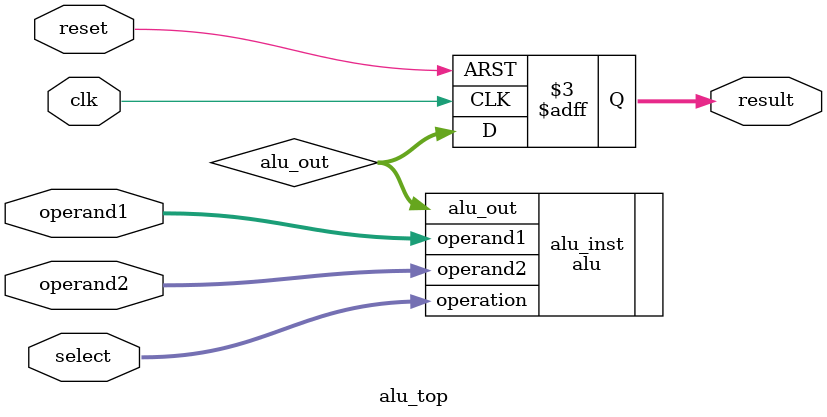
<source format=sv>
module alu_top // Module start declaration
#(parameter N=4) // Parameter declaration
(  input logic clk, reset,
   input logic[N-1:0]operand1, operand2,
   input logic[3:0] select,
   output logic[(2*N)-1:0] result
);

  // Local net declaration
  logic[(2*N)-1:0] alu_out; 

  // Student to Add instantiation of module alu
  alu #(.N(N)) alu_inst (
      .operand1(operand1),
      .operand2(operand2),
      .operation(select),
      .alu_out(alu_out)
    );

  // Adding flipflop at the output of ALU
  always@(posedge clk or posedge reset) begin
    if(reset == 1) begin
      result <= 0;
    end
    else begin
      result <= alu_out;
    end
  end
endmodule: alu_top // Module alu_top end declaration
</source>
